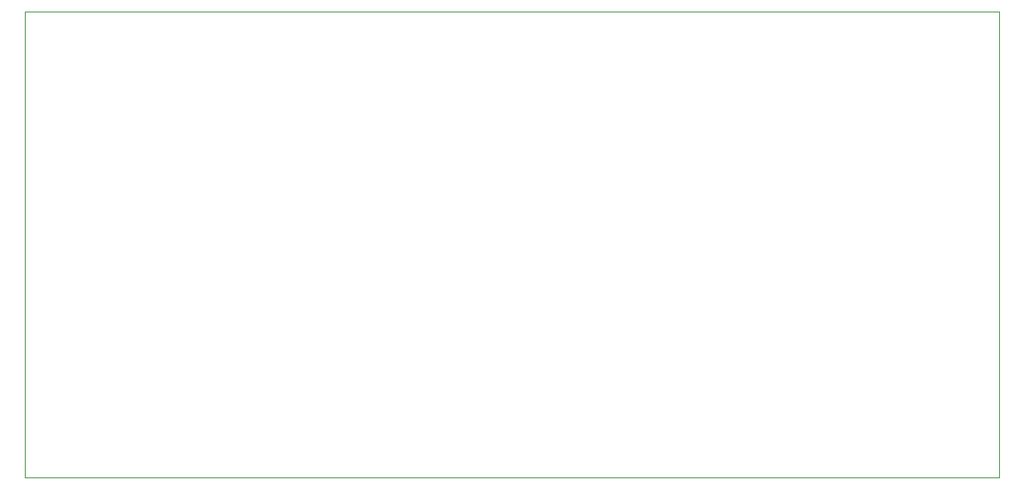
<source format=gbr>
%TF.GenerationSoftware,KiCad,Pcbnew,9.0.6*%
%TF.CreationDate,2026-01-24T13:35:08-03:00*%
%TF.ProjectId,macropadmaluu,6d616372-6f70-4616-946d-616c75752e6b,rev?*%
%TF.SameCoordinates,Original*%
%TF.FileFunction,Profile,NP*%
%FSLAX46Y46*%
G04 Gerber Fmt 4.6, Leading zero omitted, Abs format (unit mm)*
G04 Created by KiCad (PCBNEW 9.0.6) date 2026-01-24 13:35:08*
%MOMM*%
%LPD*%
G01*
G04 APERTURE LIST*
%TA.AperFunction,Profile*%
%ADD10C,0.050000*%
%TD*%
G04 APERTURE END LIST*
D10*
X121841250Y-73818750D02*
X221456250Y-73818750D01*
X221456250Y-121443750D01*
X121841250Y-121443750D01*
X121841250Y-73818750D01*
M02*

</source>
